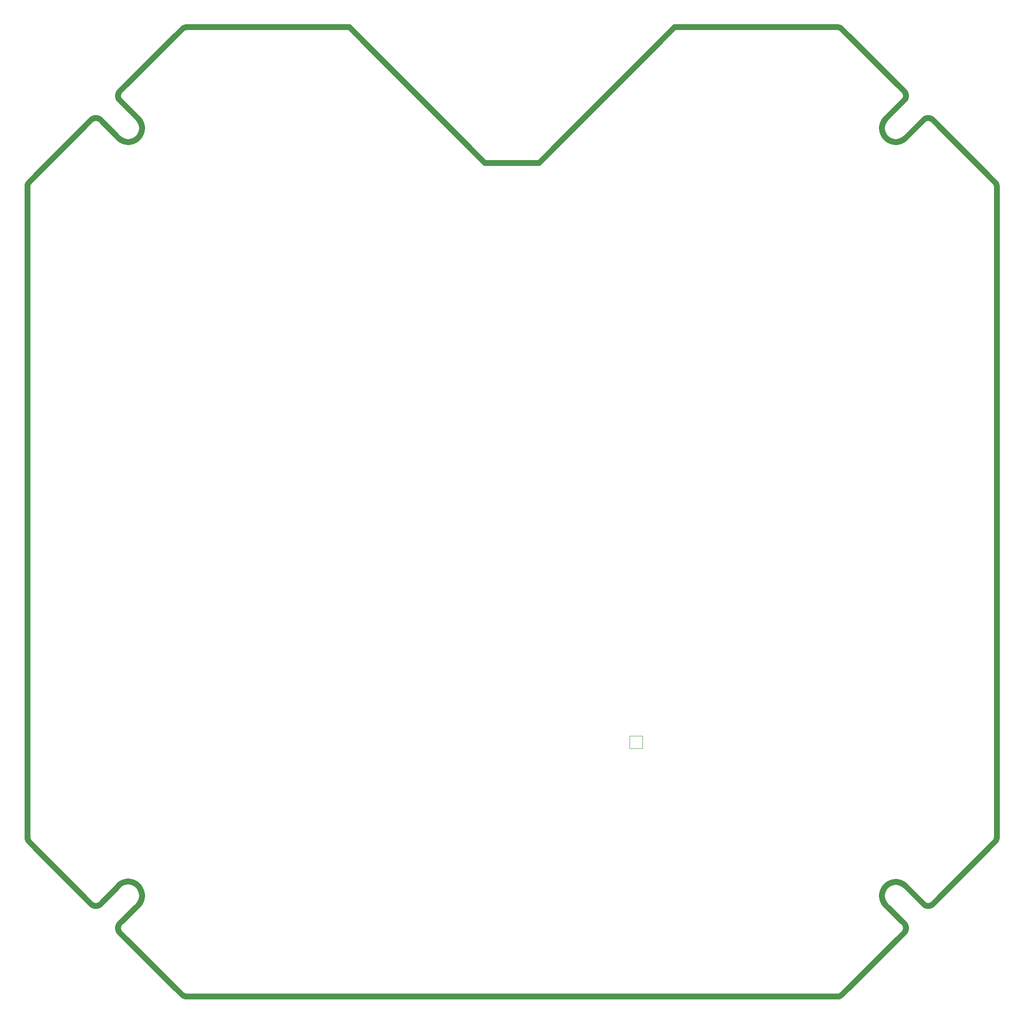
<source format=gm1>
G04*
G04 #@! TF.GenerationSoftware,Altium Limited,Altium Designer,21.9.2 (33)*
G04*
G04 Layer_Color=16711935*
%FSLAX25Y25*%
%MOIN*%
G70*
G04*
G04 #@! TF.SameCoordinates,DB2DCC71-C4F4-499D-9B0A-257D2D6592FB*
G04*
G04*
G04 #@! TF.FilePolarity,Positive*
G04*
G01*
G75*
%ADD181C,0.04724*%
%ADD182C,0.00197*%
D181*
X55771Y-33159D02*
X57927Y-33371D01*
X53616D02*
X55771Y-33159D01*
X57927Y-33371D02*
X60000Y-34000D01*
X61910Y-35021D02*
X63585Y-36395D01*
X63714Y-52421D02*
X65089Y-50746D01*
X63585Y-36395D02*
X64959Y-38070D01*
X65089Y-50746D02*
X66110Y-48836D01*
X65089Y-38468D02*
X66110Y-40378D01*
Y-48836D02*
X66739Y-46763D01*
X66110Y-40378D02*
X66739Y-42451D01*
Y-46763D02*
X66951Y-44607D01*
X66739Y-42451D02*
X66951Y-44607D01*
X492852Y649736D02*
X622961D01*
X384352Y541236D02*
X492852Y649736D01*
X102528D02*
X232636D01*
X341136Y541236D01*
X384352D01*
X101234Y649566D02*
X102528Y649736D01*
X622961D02*
X624255Y649566D01*
X748780Y525988D02*
X749574Y524953D01*
X750074Y523747D01*
X750244Y522453D01*
Y2020D02*
Y522453D01*
X750074Y726D02*
X750244Y2020D01*
X749574Y-480D02*
X750074Y726D01*
X748780Y-1516D02*
X749574Y-480D01*
X698987Y-51308D02*
X748780Y-1516D01*
X698112Y-52007D02*
X698987Y-51308D01*
X697103Y-52492D02*
X698112Y-52007D01*
X696011Y-52741D02*
X697103Y-52492D01*
X694892Y-52741D02*
X696011D01*
X693800Y-52492D02*
X694892Y-52741D01*
X692791Y-52007D02*
X693800Y-52492D01*
X691916Y-51308D02*
X692791Y-52007D01*
X677401Y-36793D02*
X691916Y-51308D01*
X675726Y-35419D02*
X677401Y-36793D01*
X673816Y-34398D02*
X675726Y-35419D01*
X671743Y-33769D02*
X673816Y-34398D01*
X669587Y-33557D02*
X671743Y-33769D01*
X667432D02*
X669587Y-33557D01*
X665359Y-34398D02*
X667432Y-33769D01*
X663448Y-35419D02*
X665359Y-34398D01*
X661774Y-36793D02*
X663448Y-35419D01*
X660400Y-38468D02*
X661774Y-36793D01*
X659378Y-40378D02*
X660400Y-38468D01*
X658750Y-42451D02*
X659378Y-40378D01*
X658537Y-44607D02*
X658750Y-42451D01*
X658537Y-44607D02*
X658750Y-46763D01*
X659378Y-48836D01*
X660400Y-50746D01*
X661774Y-52420D01*
X676289Y-66935D01*
X676987Y-67811D01*
X677473Y-68820D01*
X677722Y-69911D01*
Y-71031D02*
Y-69911D01*
X677473Y-72122D02*
X677722Y-71031D01*
X676987Y-73131D02*
X677473Y-72122D01*
X676289Y-74007D02*
X676987Y-73131D01*
X626496Y-123799D02*
X676289Y-74007D01*
X625460Y-124594D02*
X626496Y-123799D01*
X624255Y-125093D02*
X625460Y-124594D01*
X622961Y-125264D02*
X624255Y-125093D01*
X102528Y-125264D02*
X622961Y-125264D01*
X101234Y-125093D02*
X102528Y-125264D01*
X100028Y-124594D02*
X101234Y-125093D01*
X98992Y-123799D02*
X100028Y-124594D01*
X49200Y-74007D02*
X98992Y-123799D01*
X48501Y-73131D02*
X49200Y-74007D01*
X48016Y-72123D02*
X48501Y-73131D01*
X47766Y-71031D02*
X48016Y-72123D01*
X47766Y-71031D02*
Y-69911D01*
X48016Y-68820D01*
X48501Y-67811D01*
X49200Y-66935D01*
X63714Y-52421D01*
X60000Y-34000D02*
X61910Y-35021D01*
X51543Y-34000D02*
X53616Y-33371D01*
X49632Y-35021D02*
X51543Y-34000D01*
X47958Y-36395D02*
X49632Y-35021D01*
X33572Y-51309D02*
X48087Y-36793D01*
X32697Y-52007D02*
X33572Y-51309D01*
X31688Y-52492D02*
X32697Y-52007D01*
X30597Y-52741D02*
X31688Y-52492D01*
X29477Y-52741D02*
X30597D01*
X28385Y-52492D02*
X29477Y-52741D01*
X27377Y-52007D02*
X28385Y-52492D01*
X26501Y-51309D02*
X27377Y-52007D01*
X-23291Y-1516D02*
X26501Y-51309D01*
X-24086Y-480D02*
X-23291Y-1516D01*
X-24586Y726D02*
X-24086Y-480D01*
X-24756Y2020D02*
X-24586Y726D01*
X-24756Y522453D02*
X-24756Y2020D01*
X-24756Y522453D02*
X-24586Y523747D01*
X-24086Y524953D01*
X-23291Y525988D01*
X26501Y575781D01*
X27377Y576479D01*
X28385Y576965D01*
X29477Y577214D01*
X30597D01*
X31688Y576965D01*
X32697Y576479D01*
X33572Y575781D01*
X48087Y561266D01*
X49762Y559892D01*
X51672Y558871D01*
X53745Y558242D01*
X55901Y558029D01*
X58057Y558242D01*
X60130Y558871D01*
X62040Y559892D01*
X63714Y561266D01*
X65089Y562940D01*
X66110Y564851D01*
X66739Y566924D01*
X66951Y569079D01*
X66739Y571235D02*
X66951Y569079D01*
X66110Y573308D02*
X66739Y571235D01*
X65089Y575218D02*
X66110Y573308D01*
X63714Y576893D02*
X65089Y575218D01*
X49199Y591408D02*
X63714Y576893D01*
X48501Y592283D02*
X49199Y591408D01*
X48015Y593292D02*
X48501Y592283D01*
X47766Y594384D02*
X48015Y593292D01*
X47766Y594384D02*
Y595503D01*
X48015Y596595D01*
X48501Y597604D01*
X49199Y598479D01*
X98992Y648272D01*
X100028Y649066D01*
X101234Y649566D01*
X624255Y649566D02*
X625460Y649066D01*
X626496Y648272D01*
X676289Y598479D01*
X676987Y597604D01*
X677473Y596595D01*
X677722Y595503D01*
Y594384D02*
Y595503D01*
X677473Y593292D02*
X677722Y594384D01*
X676987Y592283D02*
X677473Y593292D01*
X676289Y591408D02*
X676987Y592283D01*
X661774Y576893D02*
X676289Y591408D01*
X660399Y575218D02*
X661774Y576893D01*
X659378Y573308D02*
X660399Y575218D01*
X658750Y571235D02*
X659378Y573308D01*
X658537Y569079D02*
X658750Y571235D01*
X658537Y569079D02*
X658750Y566924D01*
X659378Y564851D01*
X660399Y562940D01*
X661774Y561266D01*
X663448Y559892D01*
X665359Y558871D01*
X667431Y558242D01*
X669587Y558029D01*
X671743Y558242D01*
X673816Y558871D01*
X675726Y559892D01*
X677401Y561266D01*
X691916Y575781D01*
X692791Y576479D01*
X693800Y576965D01*
X694892Y577214D01*
X696011D01*
X697103Y576965D01*
X698112Y576479D01*
X698987Y575781D01*
X748780Y525988D01*
D182*
X456776Y83339D02*
X467012D01*
Y73102D02*
Y83339D01*
X456776Y73102D02*
X467012D01*
X456776D02*
Y83339D01*
M02*

</source>
